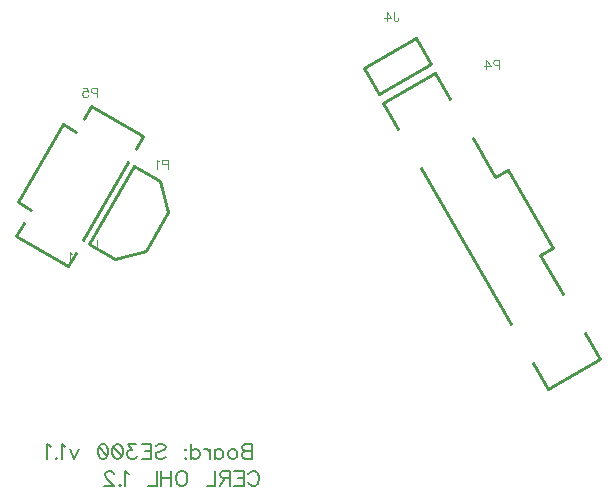
<source format=gbr>
G04 This is an RS-274x file exported by *
G04 gerbv version 2.6A *
G04 More information is available about gerbv at *
G04 http://gerbv.geda-project.org/ *
G04 --End of header info--*
%MOIN*%
%FSLAX34Y34*%
%IPPOS*%
G04 --Define apertures--*
%ADD10C,0.0100*%
%ADD11C,0.0046*%
%ADD12C,0.0077*%
%ADD13C,0.0247*%
%ADD14C,0.0093*%
G04 --Start main section--*
G54D10*
G01X0033660Y0031464D02*
G01X0031928Y0030464D01*
G01X0031928Y0030464D02*
G01X0032428Y0029598D01*
G01X0032428Y0029598D02*
G01X0034160Y0030598D01*
G01X0034160Y0030598D02*
G01X0033660Y0031464D01*
G01X0025418Y0025673D02*
G01X0024668Y0024374D01*
G01X0025418Y0025673D02*
G01X0025143Y0026698D01*
G01X0023644Y0024100D02*
G01X0024668Y0024374D01*
G01X0023644Y0024100D02*
G01X0022778Y0024600D01*
G01X0022778Y0024600D02*
G01X0024277Y0027198D01*
G01X0024277Y0027198D02*
G01X0025143Y0026698D01*
G01X0037813Y0024244D02*
G01X0038565Y0022947D01*
G01X0038247Y0024495D02*
G01X0036746Y0027093D01*
G01X0036313Y0026843D02*
G01X0036746Y0027093D01*
G01X0038247Y0024495D02*
G01X0037813Y0024244D01*
G01X0039313Y0021646D02*
G01X0039813Y0020781D01*
G01X0039813Y0020781D02*
G01X0038081Y0019780D01*
G01X0038081Y0019780D02*
G01X0037581Y0020647D01*
G01X0036833Y0021947D02*
G01X0033834Y0027142D01*
G01X0036313Y0026843D02*
G01X0035566Y0028142D01*
G01X0034813Y0029441D02*
G01X0034313Y0030307D01*
G01X0034315Y0030308D02*
G01X0032581Y0029307D01*
G01X0032581Y0029307D02*
G01X0033081Y0028440D01*
G01X0021915Y0028597D02*
G01X0020415Y0025999D01*
G01X0020848Y0025749D02*
G01X0020415Y0025999D01*
G01X0021915Y0028597D02*
G01X0022348Y0028347D01*
G01X0022596Y0028782D02*
G01X0022848Y0029214D01*
G01X0022848Y0029214D02*
G01X0024580Y0028214D01*
G01X0024580Y0028214D02*
G01X0024328Y0027782D01*
G01X0024078Y0027349D02*
G01X0022578Y0024751D01*
G01X0020596Y0025318D02*
G01X0020348Y0024883D01*
G01X0020346Y0024884D02*
G01X0022080Y0023883D01*
G01X0022080Y0023883D02*
G01X0022328Y0024318D01*
G54D11*
G01X0032931Y0032336D02*
G01X0032931Y0032107D01*
G01X0032931Y0032107D02*
G01X0032945Y0032064D01*
G01X0032945Y0032064D02*
G01X0032960Y0032049D01*
G01X0032960Y0032049D02*
G01X0032988Y0032035D01*
G01X0032988Y0032035D02*
G01X0033017Y0032035D01*
G01X0033017Y0032035D02*
G01X0033046Y0032049D01*
G01X0033046Y0032049D02*
G01X0033060Y0032064D01*
G01X0033060Y0032064D02*
G01X0033075Y0032107D01*
G01X0033075Y0032107D02*
G01X0033075Y0032135D01*
G01X0032695Y0032035D02*
G01X0032695Y0032336D01*
G01X0032695Y0032336D02*
G01X0032838Y0032135D01*
G01X0032838Y0032135D02*
G01X0032623Y0032135D01*
G01X0025391Y0027269D02*
G01X0025261Y0027269D01*
G01X0025261Y0027269D02*
G01X0025218Y0027284D01*
G01X0025218Y0027284D02*
G01X0025204Y0027298D01*
G01X0025204Y0027298D02*
G01X0025190Y0027327D01*
G01X0025190Y0027327D02*
G01X0025190Y0027370D01*
G01X0025190Y0027370D02*
G01X0025204Y0027398D01*
G01X0025204Y0027398D02*
G01X0025218Y0027413D01*
G01X0025218Y0027413D02*
G01X0025261Y0027427D01*
G01X0025261Y0027427D02*
G01X0025391Y0027427D01*
G01X0025391Y0027427D02*
G01X0025391Y0027126D01*
G01X0025097Y0027369D02*
G01X0025068Y0027384D01*
G01X0025068Y0027384D02*
G01X0025025Y0027427D01*
G01X0025025Y0027427D02*
G01X0025025Y0027126D01*
G01X0036451Y0030589D02*
G01X0036322Y0030589D01*
G01X0036322Y0030589D02*
G01X0036279Y0030604D01*
G01X0036279Y0030604D02*
G01X0036265Y0030618D01*
G01X0036265Y0030618D02*
G01X0036250Y0030647D01*
G01X0036250Y0030647D02*
G01X0036250Y0030690D01*
G01X0036250Y0030690D02*
G01X0036265Y0030718D01*
G01X0036265Y0030718D02*
G01X0036279Y0030733D01*
G01X0036279Y0030733D02*
G01X0036322Y0030747D01*
G01X0036322Y0030747D02*
G01X0036451Y0030747D01*
G01X0036451Y0030747D02*
G01X0036451Y0030446D01*
G01X0036014Y0030446D02*
G01X0036014Y0030747D01*
G01X0036014Y0030747D02*
G01X0036158Y0030546D01*
G01X0036158Y0030546D02*
G01X0035943Y0030546D01*
G01X0023040Y0029655D02*
G01X0022911Y0029655D01*
G01X0022911Y0029655D02*
G01X0022868Y0029669D01*
G01X0022868Y0029669D02*
G01X0022854Y0029684D01*
G01X0022854Y0029684D02*
G01X0022839Y0029712D01*
G01X0022839Y0029712D02*
G01X0022839Y0029756D01*
G01X0022839Y0029756D02*
G01X0022854Y0029784D01*
G01X0022854Y0029784D02*
G01X0022868Y0029799D01*
G01X0022868Y0029799D02*
G01X0022911Y0029813D01*
G01X0022911Y0029813D02*
G01X0023040Y0029813D01*
G01X0023040Y0029813D02*
G01X0023040Y0029511D01*
G01X0022575Y0029813D02*
G01X0022718Y0029813D01*
G01X0022718Y0029813D02*
G01X0022732Y0029684D01*
G01X0022732Y0029684D02*
G01X0022718Y0029698D01*
G01X0022718Y0029698D02*
G01X0022675Y0029712D01*
G01X0022675Y0029712D02*
G01X0022632Y0029712D01*
G01X0022632Y0029712D02*
G01X0022589Y0029698D01*
G01X0022589Y0029698D02*
G01X0022560Y0029669D01*
G01X0022560Y0029669D02*
G01X0022546Y0029626D01*
G01X0022546Y0029626D02*
G01X0022546Y0029598D01*
G01X0022546Y0029598D02*
G01X0022560Y0029555D01*
G01X0022560Y0029555D02*
G01X0022589Y0029526D01*
G01X0022589Y0029526D02*
G01X0022632Y0029511D01*
G01X0022632Y0029511D02*
G01X0022675Y0029511D01*
G01X0022675Y0029511D02*
G01X0022718Y0029526D01*
G01X0022718Y0029526D02*
G01X0022732Y0029540D01*
G01X0022732Y0029540D02*
G01X0022747Y0029569D01*
G54D12*
G01X0028206Y0017949D02*
G01X0028206Y0017446D01*
G01X0028206Y0017446D02*
G01X0027991Y0017446D01*
G01X0027991Y0017446D02*
G01X0027919Y0017471D01*
G01X0027919Y0017471D02*
G01X0027895Y0017494D01*
G01X0027895Y0017494D02*
G01X0027872Y0017542D01*
G01X0027872Y0017542D02*
G01X0027872Y0017614D01*
G01X0027872Y0017614D02*
G01X0027895Y0017662D01*
G01X0027895Y0017662D02*
G01X0027919Y0017686D01*
G01X0027919Y0017686D02*
G01X0027991Y0017709D01*
G01X0027991Y0017709D02*
G01X0027919Y0017734D01*
G01X0027919Y0017734D02*
G01X0027895Y0017757D01*
G01X0027895Y0017757D02*
G01X0027872Y0017805D01*
G01X0027872Y0017805D02*
G01X0027872Y0017853D01*
G01X0027872Y0017853D02*
G01X0027895Y0017901D01*
G01X0027895Y0017901D02*
G01X0027919Y0017925D01*
G01X0027919Y0017925D02*
G01X0027991Y0017949D01*
G01X0027991Y0017949D02*
G01X0028206Y0017949D01*
G01X0028206Y0017709D02*
G01X0027991Y0017709D01*
G01X0027598Y0017781D02*
G01X0027645Y0017757D01*
G01X0027645Y0017757D02*
G01X0027693Y0017709D01*
G01X0027693Y0017709D02*
G01X0027717Y0017637D01*
G01X0027717Y0017637D02*
G01X0027717Y0017590D01*
G01X0027717Y0017590D02*
G01X0027693Y0017518D01*
G01X0027693Y0017518D02*
G01X0027645Y0017471D01*
G01X0027645Y0017471D02*
G01X0027598Y0017446D01*
G01X0027598Y0017446D02*
G01X0027526Y0017446D01*
G01X0027526Y0017446D02*
G01X0027478Y0017471D01*
G01X0027478Y0017471D02*
G01X0027430Y0017518D01*
G01X0027430Y0017518D02*
G01X0027406Y0017590D01*
G01X0027406Y0017590D02*
G01X0027406Y0017637D01*
G01X0027406Y0017637D02*
G01X0027430Y0017709D01*
G01X0027430Y0017709D02*
G01X0027478Y0017757D01*
G01X0027478Y0017757D02*
G01X0027526Y0017781D01*
G01X0027526Y0017781D02*
G01X0027598Y0017781D01*
G01X0026965Y0017781D02*
G01X0026965Y0017446D01*
G01X0026965Y0017709D02*
G01X0027012Y0017757D01*
G01X0027012Y0017757D02*
G01X0027060Y0017781D01*
G01X0027060Y0017781D02*
G01X0027132Y0017781D01*
G01X0027132Y0017781D02*
G01X0027180Y0017757D01*
G01X0027180Y0017757D02*
G01X0027227Y0017709D01*
G01X0027227Y0017709D02*
G01X0027252Y0017637D01*
G01X0027252Y0017637D02*
G01X0027252Y0017590D01*
G01X0027252Y0017590D02*
G01X0027227Y0017518D01*
G01X0027227Y0017518D02*
G01X0027180Y0017471D01*
G01X0027180Y0017471D02*
G01X0027132Y0017446D01*
G01X0027132Y0017446D02*
G01X0027060Y0017446D01*
G01X0027060Y0017446D02*
G01X0027012Y0017471D01*
G01X0027012Y0017471D02*
G01X0026965Y0017518D01*
G01X0026810Y0017781D02*
G01X0026810Y0017446D01*
G01X0026810Y0017637D02*
G01X0026786Y0017709D01*
G01X0026786Y0017709D02*
G01X0026738Y0017757D01*
G01X0026738Y0017757D02*
G01X0026690Y0017781D01*
G01X0026690Y0017781D02*
G01X0026619Y0017781D01*
G01X0026177Y0017949D02*
G01X0026177Y0017446D01*
G01X0026177Y0017709D02*
G01X0026225Y0017757D01*
G01X0026225Y0017757D02*
G01X0026273Y0017781D01*
G01X0026273Y0017781D02*
G01X0026345Y0017781D01*
G01X0026345Y0017781D02*
G01X0026392Y0017757D01*
G01X0026392Y0017757D02*
G01X0026440Y0017709D01*
G01X0026440Y0017709D02*
G01X0026464Y0017637D01*
G01X0026464Y0017637D02*
G01X0026464Y0017590D01*
G01X0026464Y0017590D02*
G01X0026440Y0017518D01*
G01X0026440Y0017518D02*
G01X0026392Y0017471D01*
G01X0026392Y0017471D02*
G01X0026345Y0017446D01*
G01X0026345Y0017446D02*
G01X0026273Y0017446D01*
G01X0026273Y0017446D02*
G01X0026225Y0017471D01*
G01X0026225Y0017471D02*
G01X0026177Y0017518D01*
G01X0025999Y0017781D02*
G01X0026023Y0017757D01*
G01X0026023Y0017757D02*
G01X0025999Y0017733D01*
G01X0025999Y0017733D02*
G01X0025975Y0017757D01*
G01X0025975Y0017757D02*
G01X0025999Y0017781D01*
G01X0025999Y0017494D02*
G01X0026023Y0017470D01*
G01X0026023Y0017470D02*
G01X0025999Y0017446D01*
G01X0025999Y0017446D02*
G01X0025975Y0017470D01*
G01X0025975Y0017470D02*
G01X0025999Y0017494D01*
G01X0024999Y0017877D02*
G01X0025047Y0017925D01*
G01X0025047Y0017925D02*
G01X0025119Y0017949D01*
G01X0025119Y0017949D02*
G01X0025214Y0017949D01*
G01X0025214Y0017949D02*
G01X0025286Y0017925D01*
G01X0025286Y0017925D02*
G01X0025334Y0017877D01*
G01X0025334Y0017877D02*
G01X0025334Y0017829D01*
G01X0025334Y0017829D02*
G01X0025310Y0017781D01*
G01X0025310Y0017781D02*
G01X0025286Y0017757D01*
G01X0025286Y0017757D02*
G01X0025239Y0017734D01*
G01X0025239Y0017734D02*
G01X0025095Y0017686D01*
G01X0025095Y0017686D02*
G01X0025047Y0017662D01*
G01X0025047Y0017662D02*
G01X0025023Y0017637D01*
G01X0025023Y0017637D02*
G01X0024999Y0017590D01*
G01X0024999Y0017590D02*
G01X0024999Y0017518D01*
G01X0024999Y0017518D02*
G01X0025047Y0017471D01*
G01X0025047Y0017471D02*
G01X0025119Y0017446D01*
G01X0025119Y0017446D02*
G01X0025214Y0017446D01*
G01X0025214Y0017446D02*
G01X0025286Y0017471D01*
G01X0025286Y0017471D02*
G01X0025334Y0017518D01*
G01X0024534Y0017949D02*
G01X0024845Y0017949D01*
G01X0024845Y0017949D02*
G01X0024845Y0017446D01*
G01X0024845Y0017446D02*
G01X0024534Y0017446D01*
G01X0024845Y0017709D02*
G01X0024654Y0017709D01*
G01X0024332Y0017948D02*
G01X0024069Y0017948D01*
G01X0024069Y0017948D02*
G01X0024213Y0017757D01*
G01X0024213Y0017757D02*
G01X0024141Y0017757D01*
G01X0024141Y0017757D02*
G01X0024093Y0017733D01*
G01X0024093Y0017733D02*
G01X0024069Y0017709D01*
G01X0024069Y0017709D02*
G01X0024045Y0017637D01*
G01X0024045Y0017637D02*
G01X0024045Y0017590D01*
G01X0024045Y0017590D02*
G01X0024069Y0017518D01*
G01X0024069Y0017518D02*
G01X0024117Y0017470D01*
G01X0024117Y0017470D02*
G01X0024189Y0017446D01*
G01X0024189Y0017446D02*
G01X0024261Y0017446D01*
G01X0024261Y0017446D02*
G01X0024332Y0017470D01*
G01X0024332Y0017470D02*
G01X0024356Y0017494D01*
G01X0024356Y0017494D02*
G01X0024380Y0017542D01*
G01X0023747Y0017948D02*
G01X0023819Y0017924D01*
G01X0023819Y0017924D02*
G01X0023867Y0017852D01*
G01X0023867Y0017852D02*
G01X0023891Y0017733D01*
G01X0023891Y0017733D02*
G01X0023891Y0017661D01*
G01X0023891Y0017661D02*
G01X0023867Y0017542D01*
G01X0023867Y0017542D02*
G01X0023819Y0017470D01*
G01X0023819Y0017470D02*
G01X0023747Y0017446D01*
G01X0023747Y0017446D02*
G01X0023700Y0017446D01*
G01X0023700Y0017446D02*
G01X0023628Y0017470D01*
G01X0023628Y0017470D02*
G01X0023580Y0017542D01*
G01X0023580Y0017542D02*
G01X0023556Y0017661D01*
G01X0023556Y0017661D02*
G01X0023556Y0017733D01*
G01X0023556Y0017733D02*
G01X0023580Y0017852D01*
G01X0023580Y0017852D02*
G01X0023628Y0017924D01*
G01X0023628Y0017924D02*
G01X0023700Y0017948D01*
G01X0023700Y0017948D02*
G01X0023747Y0017948D01*
G01X0023580Y0017852D02*
G01X0023867Y0017542D01*
G01X0023258Y0017948D02*
G01X0023330Y0017924D01*
G01X0023330Y0017924D02*
G01X0023378Y0017852D01*
G01X0023378Y0017852D02*
G01X0023401Y0017733D01*
G01X0023401Y0017733D02*
G01X0023401Y0017661D01*
G01X0023401Y0017661D02*
G01X0023378Y0017542D01*
G01X0023378Y0017542D02*
G01X0023330Y0017470D01*
G01X0023330Y0017470D02*
G01X0023258Y0017446D01*
G01X0023258Y0017446D02*
G01X0023210Y0017446D01*
G01X0023210Y0017446D02*
G01X0023138Y0017470D01*
G01X0023138Y0017470D02*
G01X0023091Y0017542D01*
G01X0023091Y0017542D02*
G01X0023066Y0017661D01*
G01X0023066Y0017661D02*
G01X0023066Y0017733D01*
G01X0023066Y0017733D02*
G01X0023091Y0017852D01*
G01X0023091Y0017852D02*
G01X0023138Y0017924D01*
G01X0023138Y0017924D02*
G01X0023210Y0017948D01*
G01X0023210Y0017948D02*
G01X0023258Y0017948D01*
G01X0023091Y0017852D02*
G01X0023378Y0017542D01*
G01X0022426Y0017781D02*
G01X0022282Y0017446D01*
G01X0022282Y0017446D02*
G01X0022139Y0017781D01*
G01X0021985Y0017852D02*
G01X0021937Y0017877D01*
G01X0021937Y0017877D02*
G01X0021865Y0017948D01*
G01X0021865Y0017948D02*
G01X0021865Y0017446D01*
G01X0021687Y0017494D02*
G01X0021711Y0017470D01*
G01X0021711Y0017470D02*
G01X0021687Y0017446D01*
G01X0021687Y0017446D02*
G01X0021662Y0017470D01*
G01X0021662Y0017470D02*
G01X0021687Y0017494D01*
G01X0021508Y0017852D02*
G01X0021460Y0017877D01*
G01X0021460Y0017877D02*
G01X0021388Y0017948D01*
G01X0021388Y0017948D02*
G01X0021388Y0017446D01*
G01X0028088Y0016930D02*
G01X0028112Y0016978D01*
G01X0028112Y0016978D02*
G01X0028160Y0017026D01*
G01X0028160Y0017026D02*
G01X0028208Y0017050D01*
G01X0028208Y0017050D02*
G01X0028303Y0017050D01*
G01X0028303Y0017050D02*
G01X0028351Y0017026D01*
G01X0028351Y0017026D02*
G01X0028399Y0016978D01*
G01X0028399Y0016978D02*
G01X0028423Y0016930D01*
G01X0028423Y0016930D02*
G01X0028447Y0016859D01*
G01X0028447Y0016859D02*
G01X0028447Y0016739D01*
G01X0028447Y0016739D02*
G01X0028423Y0016667D01*
G01X0028423Y0016667D02*
G01X0028399Y0016619D01*
G01X0028399Y0016619D02*
G01X0028351Y0016572D01*
G01X0028351Y0016572D02*
G01X0028303Y0016547D01*
G01X0028303Y0016547D02*
G01X0028208Y0016547D01*
G01X0028208Y0016547D02*
G01X0028160Y0016572D01*
G01X0028160Y0016572D02*
G01X0028112Y0016619D01*
G01X0028112Y0016619D02*
G01X0028088Y0016667D01*
G01X0027623Y0017050D02*
G01X0027934Y0017050D01*
G01X0027934Y0017050D02*
G01X0027934Y0016547D01*
G01X0027934Y0016547D02*
G01X0027623Y0016547D01*
G01X0027934Y0016810D02*
G01X0027743Y0016810D01*
G01X0027469Y0016810D02*
G01X0027254Y0016810D01*
G01X0027254Y0016810D02*
G01X0027182Y0016835D01*
G01X0027182Y0016835D02*
G01X0027158Y0016859D01*
G01X0027158Y0016859D02*
G01X0027134Y0016906D01*
G01X0027134Y0016906D02*
G01X0027134Y0016954D01*
G01X0027134Y0016954D02*
G01X0027158Y0017002D01*
G01X0027158Y0017002D02*
G01X0027182Y0017026D01*
G01X0027182Y0017026D02*
G01X0027254Y0017050D01*
G01X0027254Y0017050D02*
G01X0027469Y0017050D01*
G01X0027469Y0017050D02*
G01X0027469Y0016547D01*
G01X0027301Y0016810D02*
G01X0027134Y0016547D01*
G01X0026979Y0017050D02*
G01X0026979Y0016547D01*
G01X0026979Y0016547D02*
G01X0026693Y0016547D01*
G01X0025908Y0017050D02*
G01X0025957Y0017026D01*
G01X0025957Y0017026D02*
G01X0026004Y0016978D01*
G01X0026004Y0016978D02*
G01X0026028Y0016930D01*
G01X0026028Y0016930D02*
G01X0026052Y0016859D01*
G01X0026052Y0016859D02*
G01X0026052Y0016739D01*
G01X0026052Y0016739D02*
G01X0026028Y0016667D01*
G01X0026028Y0016667D02*
G01X0026004Y0016619D01*
G01X0026004Y0016619D02*
G01X0025957Y0016572D01*
G01X0025957Y0016572D02*
G01X0025908Y0016547D01*
G01X0025908Y0016547D02*
G01X0025813Y0016547D01*
G01X0025813Y0016547D02*
G01X0025765Y0016572D01*
G01X0025765Y0016572D02*
G01X0025717Y0016619D01*
G01X0025717Y0016619D02*
G01X0025693Y0016667D01*
G01X0025693Y0016667D02*
G01X0025670Y0016739D01*
G01X0025670Y0016739D02*
G01X0025670Y0016859D01*
G01X0025670Y0016859D02*
G01X0025693Y0016930D01*
G01X0025693Y0016930D02*
G01X0025717Y0016978D01*
G01X0025717Y0016978D02*
G01X0025765Y0017026D01*
G01X0025765Y0017026D02*
G01X0025813Y0017050D01*
G01X0025813Y0017050D02*
G01X0025908Y0017050D01*
G01X0025515Y0017050D02*
G01X0025515Y0016547D01*
G01X0025180Y0017050D02*
G01X0025180Y0016547D01*
G01X0025515Y0016810D02*
G01X0025180Y0016810D01*
G01X0025026Y0017050D02*
G01X0025026Y0016547D01*
G01X0025026Y0016547D02*
G01X0024739Y0016547D01*
G01X0024099Y0016954D02*
G01X0024051Y0016978D01*
G01X0024051Y0016978D02*
G01X0023979Y0017049D01*
G01X0023979Y0017049D02*
G01X0023979Y0016547D01*
G01X0023801Y0016595D02*
G01X0023824Y0016571D01*
G01X0023824Y0016571D02*
G01X0023801Y0016547D01*
G01X0023801Y0016547D02*
G01X0023776Y0016571D01*
G01X0023776Y0016571D02*
G01X0023801Y0016595D01*
G01X0023598Y0016930D02*
G01X0023598Y0016954D01*
G01X0023598Y0016954D02*
G01X0023574Y0017002D01*
G01X0023574Y0017002D02*
G01X0023550Y0017025D01*
G01X0023550Y0017025D02*
G01X0023502Y0017049D01*
G01X0023502Y0017049D02*
G01X0023406Y0017049D01*
G01X0023406Y0017049D02*
G01X0023359Y0017025D01*
G01X0023359Y0017025D02*
G01X0023335Y0017002D01*
G01X0023335Y0017002D02*
G01X0023311Y0016954D01*
G01X0023311Y0016954D02*
G01X0023311Y0016906D01*
G01X0023311Y0016906D02*
G01X0023335Y0016858D01*
G01X0023335Y0016858D02*
G01X0023383Y0016787D01*
G01X0023383Y0016787D02*
G01X0023622Y0016547D01*
G01X0023622Y0016547D02*
G01X0023287Y0016547D01*
G54D11*
G01X0022983Y0024490D02*
G01X0023012Y0024475D01*
G01X0023012Y0024475D02*
G01X0023055Y0024432D01*
G01X0023055Y0024432D02*
G01X0023055Y0024734D01*
G01X0022201Y0024277D02*
G01X0022172Y0024291D01*
G01X0022172Y0024291D02*
G01X0022129Y0024334D01*
G01X0022129Y0024334D02*
G01X0022129Y0024033D01*
M02*

</source>
